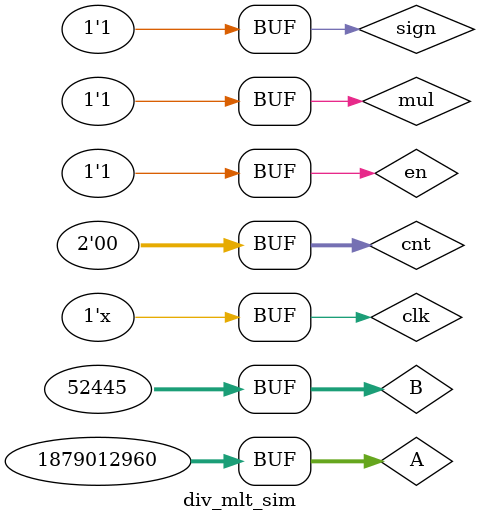
<source format=v>
`timescale 1ns / 1ps


module div_mlt_sim();

reg[31:0] A = 32'h6fff7660;
reg[31:0] B = 32'h0000;

wire[31:0] hi;
wire[31:0] lo;
wire zero;
reg clk;
reg en;
reg sign = 1;
reg mul = 0;

div_mlt d_m (
            .i_clk(clk),
            .i_mul(mul),
            .i_sign(1),
            .i_en(en),
            .i_A(A),
            .i_B(B),
            .o_hi(hi),
            .o_lo(lo),
            .o_zero(zero)
        );

initial begin
    clk = 0;
    en = 0;
    #20 en = 1;

    #10 en = 0;
    #80 begin
         en = 1;
         B = 32'hccdd;
         mul = 1;
     end
 end

 reg[1:0] cnt = 2'b00;

always begin
    #10 clk = ~clk;
    /*
        if (cnt == 1) begin
            #10 cnt = 0;
            clk = ~clk;
        end else
            #10 cnt = cnt + 1;
    */
end


endmodule

</source>
